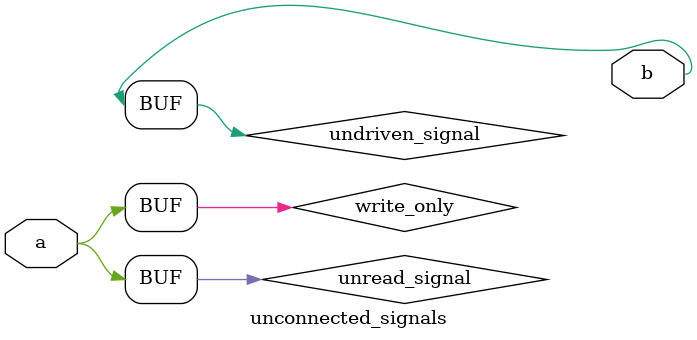
<source format=sv>
module unconnected_signals (
  input  logic a,
  output logic b
);
  
  // Undriven signal (no writers)
  logic undriven_signal;
  
  // Unread signal (no readers)
  logic unread_signal;
  assign unread_signal = a;
  
  // Write-only signal
  logic write_only;
  assign write_only = a;
  // write_only is never read
  
  // Read-only signal (uses undriven_signal which has no driver)
  assign b = undriven_signal;
  
endmodule


</source>
